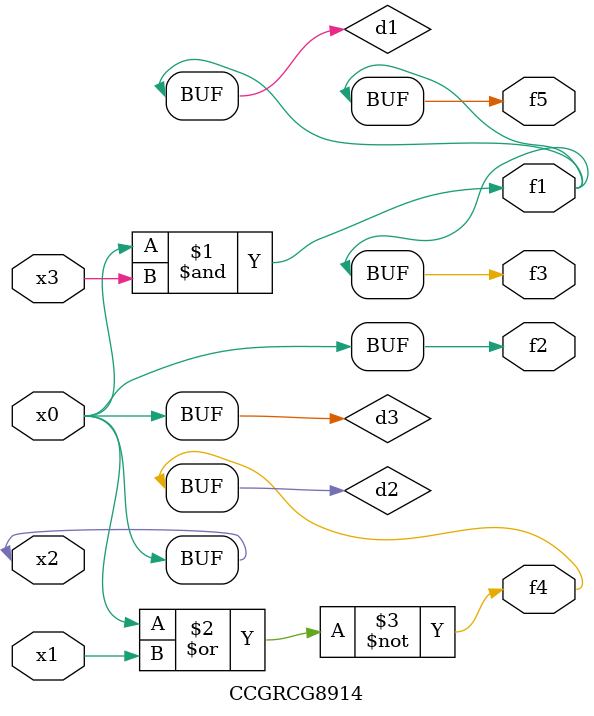
<source format=v>
module CCGRCG8914(
	input x0, x1, x2, x3,
	output f1, f2, f3, f4, f5
);

	wire d1, d2, d3;

	and (d1, x2, x3);
	nor (d2, x0, x1);
	buf (d3, x0, x2);
	assign f1 = d1;
	assign f2 = d3;
	assign f3 = d1;
	assign f4 = d2;
	assign f5 = d1;
endmodule

</source>
